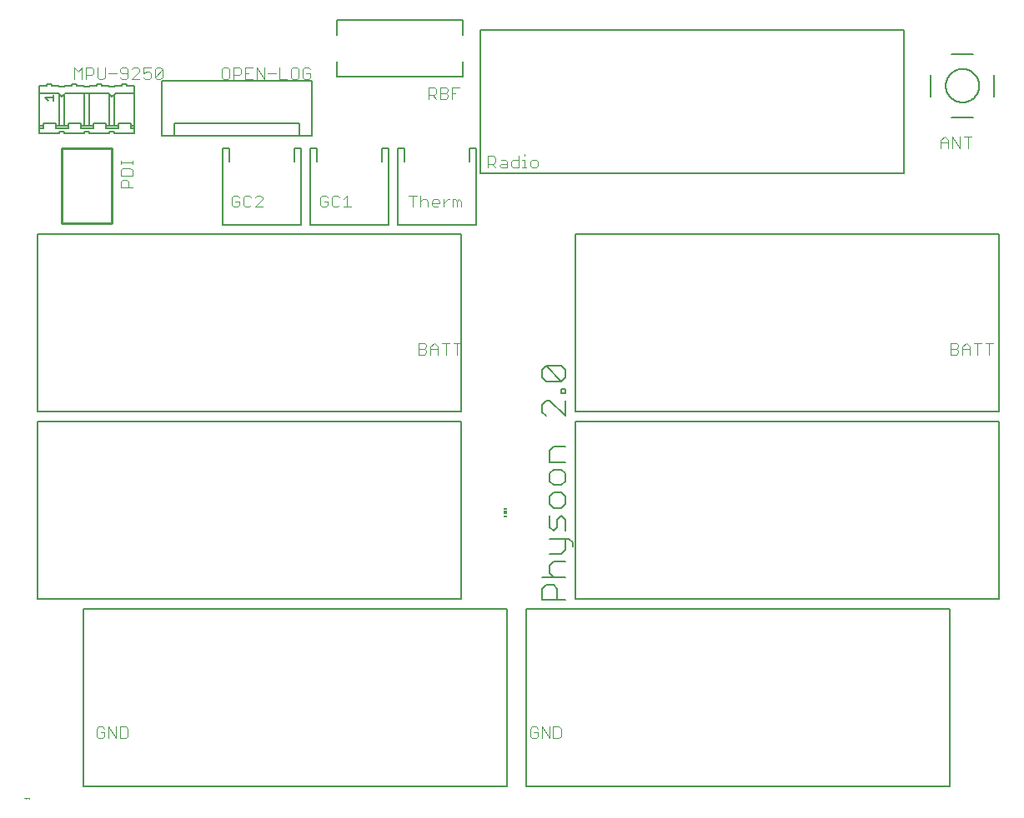
<source format=gto>
G75*
%MOIN*%
%OFA0B0*%
%FSLAX25Y25*%
%IPPOS*%
%LPD*%
%AMOC8*
5,1,8,0,0,1.08239X$1,22.5*
%
%ADD10C,0.00800*%
%ADD11C,0.00400*%
%ADD12C,0.00000*%
%ADD13C,0.00500*%
%ADD14C,0.01000*%
%ADD15C,0.00600*%
%ADD16R,0.01181X0.00591*%
%ADD17R,0.01181X0.01181*%
D10*
X0229297Y0082790D02*
X0229297Y0087394D01*
X0230831Y0088929D01*
X0233900Y0088929D01*
X0235435Y0087394D01*
X0235435Y0082790D01*
X0238504Y0082790D02*
X0229297Y0082790D01*
X0229297Y0091998D02*
X0238504Y0091998D01*
X0233900Y0091998D02*
X0232366Y0093533D01*
X0232366Y0096602D01*
X0233900Y0098137D01*
X0238504Y0098137D01*
X0236970Y0101206D02*
X0238504Y0102741D01*
X0238504Y0107344D01*
X0240039Y0107344D02*
X0241574Y0105810D01*
X0241574Y0104275D01*
X0240039Y0107344D02*
X0232366Y0107344D01*
X0233900Y0110414D02*
X0232366Y0111948D01*
X0232366Y0116552D01*
X0235435Y0115018D02*
X0235435Y0111948D01*
X0233900Y0110414D01*
X0238504Y0110414D02*
X0238504Y0115018D01*
X0236970Y0116552D01*
X0235435Y0115018D01*
X0233900Y0119622D02*
X0236970Y0119622D01*
X0238504Y0121156D01*
X0238504Y0124226D01*
X0236970Y0125760D01*
X0233900Y0125760D01*
X0232366Y0124226D01*
X0232366Y0121156D01*
X0233900Y0119622D01*
X0233900Y0128829D02*
X0232366Y0130364D01*
X0232366Y0133433D01*
X0233900Y0134968D01*
X0236970Y0134968D01*
X0238504Y0133433D01*
X0238504Y0130364D01*
X0236970Y0128829D01*
X0233900Y0128829D01*
X0232366Y0138037D02*
X0232366Y0142641D01*
X0233900Y0144176D01*
X0238504Y0144176D01*
X0238504Y0138037D02*
X0232366Y0138037D01*
X0230831Y0156453D02*
X0229297Y0157988D01*
X0229297Y0161057D01*
X0230831Y0162592D01*
X0232366Y0162592D01*
X0238504Y0156453D01*
X0238504Y0162592D01*
X0238504Y0165661D02*
X0236970Y0165661D01*
X0236970Y0167196D01*
X0238504Y0167196D01*
X0238504Y0165661D01*
X0236970Y0170265D02*
X0230831Y0170265D01*
X0229297Y0171799D01*
X0229297Y0174869D01*
X0230831Y0176403D01*
X0236970Y0170265D01*
X0238504Y0171799D01*
X0238504Y0174869D01*
X0236970Y0176403D01*
X0230831Y0176403D01*
X0203117Y0232744D02*
X0171621Y0232744D01*
X0171621Y0263453D01*
X0174377Y0263453D01*
X0174377Y0258335D01*
X0168117Y0263453D02*
X0165361Y0263453D01*
X0165361Y0258335D01*
X0168117Y0263453D02*
X0168117Y0232744D01*
X0136621Y0232744D01*
X0136621Y0263453D01*
X0139377Y0263453D01*
X0139377Y0258335D01*
X0133117Y0263453D02*
X0130361Y0263453D01*
X0130361Y0258335D01*
X0133117Y0263453D02*
X0133117Y0232744D01*
X0101621Y0232744D01*
X0101621Y0263453D01*
X0104377Y0263453D01*
X0104377Y0258335D01*
X0200361Y0258335D02*
X0200361Y0263453D01*
X0203117Y0263453D01*
X0203117Y0232744D01*
X0232366Y0101206D02*
X0236970Y0101206D01*
X0393038Y0276052D02*
X0401700Y0276052D01*
X0409967Y0284319D02*
X0409967Y0292981D01*
X0401700Y0301248D02*
X0393038Y0301248D01*
X0384771Y0292981D02*
X0384771Y0284319D01*
X0390676Y0288650D02*
X0390678Y0288814D01*
X0390684Y0288978D01*
X0390694Y0289142D01*
X0390708Y0289306D01*
X0390726Y0289469D01*
X0390748Y0289632D01*
X0390775Y0289794D01*
X0390805Y0289956D01*
X0390839Y0290116D01*
X0390877Y0290276D01*
X0390918Y0290435D01*
X0390964Y0290593D01*
X0391014Y0290749D01*
X0391067Y0290905D01*
X0391124Y0291059D01*
X0391185Y0291211D01*
X0391250Y0291362D01*
X0391319Y0291512D01*
X0391391Y0291659D01*
X0391466Y0291805D01*
X0391546Y0291949D01*
X0391628Y0292091D01*
X0391714Y0292231D01*
X0391804Y0292368D01*
X0391897Y0292504D01*
X0391993Y0292637D01*
X0392093Y0292768D01*
X0392195Y0292896D01*
X0392301Y0293022D01*
X0392410Y0293145D01*
X0392522Y0293265D01*
X0392636Y0293383D01*
X0392754Y0293497D01*
X0392874Y0293609D01*
X0392997Y0293718D01*
X0393123Y0293824D01*
X0393251Y0293926D01*
X0393382Y0294026D01*
X0393515Y0294122D01*
X0393651Y0294215D01*
X0393788Y0294305D01*
X0393928Y0294391D01*
X0394070Y0294473D01*
X0394214Y0294553D01*
X0394360Y0294628D01*
X0394507Y0294700D01*
X0394657Y0294769D01*
X0394808Y0294834D01*
X0394960Y0294895D01*
X0395114Y0294952D01*
X0395270Y0295005D01*
X0395426Y0295055D01*
X0395584Y0295101D01*
X0395743Y0295142D01*
X0395903Y0295180D01*
X0396063Y0295214D01*
X0396225Y0295244D01*
X0396387Y0295271D01*
X0396550Y0295293D01*
X0396713Y0295311D01*
X0396877Y0295325D01*
X0397041Y0295335D01*
X0397205Y0295341D01*
X0397369Y0295343D01*
X0397533Y0295341D01*
X0397697Y0295335D01*
X0397861Y0295325D01*
X0398025Y0295311D01*
X0398188Y0295293D01*
X0398351Y0295271D01*
X0398513Y0295244D01*
X0398675Y0295214D01*
X0398835Y0295180D01*
X0398995Y0295142D01*
X0399154Y0295101D01*
X0399312Y0295055D01*
X0399468Y0295005D01*
X0399624Y0294952D01*
X0399778Y0294895D01*
X0399930Y0294834D01*
X0400081Y0294769D01*
X0400231Y0294700D01*
X0400378Y0294628D01*
X0400524Y0294553D01*
X0400668Y0294473D01*
X0400810Y0294391D01*
X0400950Y0294305D01*
X0401087Y0294215D01*
X0401223Y0294122D01*
X0401356Y0294026D01*
X0401487Y0293926D01*
X0401615Y0293824D01*
X0401741Y0293718D01*
X0401864Y0293609D01*
X0401984Y0293497D01*
X0402102Y0293383D01*
X0402216Y0293265D01*
X0402328Y0293145D01*
X0402437Y0293022D01*
X0402543Y0292896D01*
X0402645Y0292768D01*
X0402745Y0292637D01*
X0402841Y0292504D01*
X0402934Y0292368D01*
X0403024Y0292231D01*
X0403110Y0292091D01*
X0403192Y0291949D01*
X0403272Y0291805D01*
X0403347Y0291659D01*
X0403419Y0291512D01*
X0403488Y0291362D01*
X0403553Y0291211D01*
X0403614Y0291059D01*
X0403671Y0290905D01*
X0403724Y0290749D01*
X0403774Y0290593D01*
X0403820Y0290435D01*
X0403861Y0290276D01*
X0403899Y0290116D01*
X0403933Y0289956D01*
X0403963Y0289794D01*
X0403990Y0289632D01*
X0404012Y0289469D01*
X0404030Y0289306D01*
X0404044Y0289142D01*
X0404054Y0288978D01*
X0404060Y0288814D01*
X0404062Y0288650D01*
X0404060Y0288486D01*
X0404054Y0288322D01*
X0404044Y0288158D01*
X0404030Y0287994D01*
X0404012Y0287831D01*
X0403990Y0287668D01*
X0403963Y0287506D01*
X0403933Y0287344D01*
X0403899Y0287184D01*
X0403861Y0287024D01*
X0403820Y0286865D01*
X0403774Y0286707D01*
X0403724Y0286551D01*
X0403671Y0286395D01*
X0403614Y0286241D01*
X0403553Y0286089D01*
X0403488Y0285938D01*
X0403419Y0285788D01*
X0403347Y0285641D01*
X0403272Y0285495D01*
X0403192Y0285351D01*
X0403110Y0285209D01*
X0403024Y0285069D01*
X0402934Y0284932D01*
X0402841Y0284796D01*
X0402745Y0284663D01*
X0402645Y0284532D01*
X0402543Y0284404D01*
X0402437Y0284278D01*
X0402328Y0284155D01*
X0402216Y0284035D01*
X0402102Y0283917D01*
X0401984Y0283803D01*
X0401864Y0283691D01*
X0401741Y0283582D01*
X0401615Y0283476D01*
X0401487Y0283374D01*
X0401356Y0283274D01*
X0401223Y0283178D01*
X0401087Y0283085D01*
X0400950Y0282995D01*
X0400810Y0282909D01*
X0400668Y0282827D01*
X0400524Y0282747D01*
X0400378Y0282672D01*
X0400231Y0282600D01*
X0400081Y0282531D01*
X0399930Y0282466D01*
X0399778Y0282405D01*
X0399624Y0282348D01*
X0399468Y0282295D01*
X0399312Y0282245D01*
X0399154Y0282199D01*
X0398995Y0282158D01*
X0398835Y0282120D01*
X0398675Y0282086D01*
X0398513Y0282056D01*
X0398351Y0282029D01*
X0398188Y0282007D01*
X0398025Y0281989D01*
X0397861Y0281975D01*
X0397697Y0281965D01*
X0397533Y0281959D01*
X0397369Y0281957D01*
X0397205Y0281959D01*
X0397041Y0281965D01*
X0396877Y0281975D01*
X0396713Y0281989D01*
X0396550Y0282007D01*
X0396387Y0282029D01*
X0396225Y0282056D01*
X0396063Y0282086D01*
X0395903Y0282120D01*
X0395743Y0282158D01*
X0395584Y0282199D01*
X0395426Y0282245D01*
X0395270Y0282295D01*
X0395114Y0282348D01*
X0394960Y0282405D01*
X0394808Y0282466D01*
X0394657Y0282531D01*
X0394507Y0282600D01*
X0394360Y0282672D01*
X0394214Y0282747D01*
X0394070Y0282827D01*
X0393928Y0282909D01*
X0393788Y0282995D01*
X0393651Y0283085D01*
X0393515Y0283178D01*
X0393382Y0283274D01*
X0393251Y0283374D01*
X0393123Y0283476D01*
X0392997Y0283582D01*
X0392874Y0283691D01*
X0392754Y0283803D01*
X0392636Y0283917D01*
X0392522Y0284035D01*
X0392410Y0284155D01*
X0392301Y0284278D01*
X0392195Y0284404D01*
X0392093Y0284532D01*
X0391993Y0284663D01*
X0391897Y0284796D01*
X0391804Y0284932D01*
X0391714Y0285069D01*
X0391628Y0285209D01*
X0391546Y0285351D01*
X0391466Y0285495D01*
X0391391Y0285641D01*
X0391319Y0285788D01*
X0391250Y0285938D01*
X0391185Y0286089D01*
X0391124Y0286241D01*
X0391067Y0286395D01*
X0391014Y0286551D01*
X0390964Y0286707D01*
X0390918Y0286865D01*
X0390877Y0287024D01*
X0390839Y0287184D01*
X0390805Y0287344D01*
X0390775Y0287506D01*
X0390748Y0287668D01*
X0390726Y0287831D01*
X0390708Y0287994D01*
X0390694Y0288158D01*
X0390684Y0288322D01*
X0390678Y0288486D01*
X0390676Y0288650D01*
D11*
X0390245Y0268296D02*
X0391780Y0266762D01*
X0391780Y0263693D01*
X0393315Y0263693D02*
X0393315Y0268296D01*
X0396384Y0263693D01*
X0396384Y0268296D01*
X0397919Y0268296D02*
X0400988Y0268296D01*
X0399453Y0268296D02*
X0399453Y0263693D01*
X0391780Y0265994D02*
X0388711Y0265994D01*
X0388711Y0266762D02*
X0390245Y0268296D01*
X0388711Y0266762D02*
X0388711Y0263693D01*
X0392648Y0185619D02*
X0394950Y0185619D01*
X0395717Y0184852D01*
X0395717Y0184085D01*
X0394950Y0183317D01*
X0392648Y0183317D01*
X0392648Y0181015D02*
X0392648Y0185619D01*
X0394950Y0183317D02*
X0395717Y0182550D01*
X0395717Y0181783D01*
X0394950Y0181015D01*
X0392648Y0181015D01*
X0397252Y0181015D02*
X0397252Y0184085D01*
X0398786Y0185619D01*
X0400321Y0184085D01*
X0400321Y0181015D01*
X0400321Y0183317D02*
X0397252Y0183317D01*
X0401856Y0185619D02*
X0404925Y0185619D01*
X0406459Y0185619D02*
X0409529Y0185619D01*
X0407994Y0185619D02*
X0407994Y0181015D01*
X0403390Y0181015D02*
X0403390Y0185619D01*
X0227559Y0256586D02*
X0227559Y0258120D01*
X0226791Y0258888D01*
X0225257Y0258888D01*
X0224489Y0258120D01*
X0224489Y0256586D01*
X0225257Y0255819D01*
X0226791Y0255819D01*
X0227559Y0256586D01*
X0222955Y0255819D02*
X0221420Y0255819D01*
X0222187Y0255819D02*
X0222187Y0258888D01*
X0221420Y0258888D01*
X0219885Y0258888D02*
X0217583Y0258888D01*
X0216816Y0258120D01*
X0216816Y0256586D01*
X0217583Y0255819D01*
X0219885Y0255819D01*
X0219885Y0260422D01*
X0222187Y0260422D02*
X0222187Y0261190D01*
X0215282Y0258120D02*
X0215282Y0255819D01*
X0212980Y0255819D01*
X0212212Y0256586D01*
X0212980Y0257353D01*
X0215282Y0257353D01*
X0215282Y0258120D02*
X0214514Y0258888D01*
X0212980Y0258888D01*
X0210678Y0259655D02*
X0210678Y0258120D01*
X0209910Y0257353D01*
X0207608Y0257353D01*
X0207608Y0255819D02*
X0207608Y0260422D01*
X0209910Y0260422D01*
X0210678Y0259655D01*
X0209143Y0257353D02*
X0210678Y0255819D01*
X0196830Y0242372D02*
X0196830Y0240070D01*
X0195295Y0240070D02*
X0195295Y0242372D01*
X0196063Y0243140D01*
X0196830Y0242372D01*
X0195295Y0242372D02*
X0194528Y0243140D01*
X0193761Y0243140D01*
X0193761Y0240070D01*
X0192226Y0243140D02*
X0191459Y0243140D01*
X0189924Y0241605D01*
X0189924Y0240070D02*
X0189924Y0243140D01*
X0188389Y0242372D02*
X0188389Y0241605D01*
X0185320Y0241605D01*
X0185320Y0240838D02*
X0185320Y0242372D01*
X0186087Y0243140D01*
X0187622Y0243140D01*
X0188389Y0242372D01*
X0187622Y0240070D02*
X0186087Y0240070D01*
X0185320Y0240838D01*
X0183785Y0240070D02*
X0183785Y0242372D01*
X0183018Y0243140D01*
X0181484Y0243140D01*
X0180716Y0242372D01*
X0180716Y0244674D02*
X0180716Y0240070D01*
X0177647Y0240070D02*
X0177647Y0244674D01*
X0176112Y0244674D02*
X0179182Y0244674D01*
X0152956Y0240070D02*
X0149887Y0240070D01*
X0151422Y0240070D02*
X0151422Y0244674D01*
X0149887Y0243140D01*
X0148352Y0243907D02*
X0147585Y0244674D01*
X0146050Y0244674D01*
X0145283Y0243907D01*
X0145283Y0240838D01*
X0146050Y0240070D01*
X0147585Y0240070D01*
X0148352Y0240838D01*
X0143748Y0240838D02*
X0143748Y0242372D01*
X0142214Y0242372D01*
X0143748Y0240838D02*
X0142981Y0240070D01*
X0141447Y0240070D01*
X0140679Y0240838D01*
X0140679Y0243907D01*
X0141447Y0244674D01*
X0142981Y0244674D01*
X0143748Y0243907D01*
X0117523Y0243907D02*
X0116756Y0244674D01*
X0115221Y0244674D01*
X0114454Y0243907D01*
X0112919Y0243907D02*
X0112152Y0244674D01*
X0110617Y0244674D01*
X0109850Y0243907D01*
X0109850Y0240838D01*
X0110617Y0240070D01*
X0112152Y0240070D01*
X0112919Y0240838D01*
X0114454Y0240070D02*
X0117523Y0243140D01*
X0117523Y0243907D01*
X0117523Y0240070D02*
X0114454Y0240070D01*
X0108315Y0240838D02*
X0108315Y0242372D01*
X0106781Y0242372D01*
X0108315Y0240838D02*
X0107548Y0240070D01*
X0106013Y0240070D01*
X0105246Y0240838D01*
X0105246Y0243907D01*
X0106013Y0244674D01*
X0107548Y0244674D01*
X0108315Y0243907D01*
X0065476Y0247944D02*
X0060872Y0247944D01*
X0060872Y0250246D01*
X0061639Y0251014D01*
X0063174Y0251014D01*
X0063941Y0250246D01*
X0063941Y0247944D01*
X0065476Y0252548D02*
X0060872Y0252548D01*
X0060872Y0254850D01*
X0061639Y0255618D01*
X0064709Y0255618D01*
X0065476Y0254850D01*
X0065476Y0252548D01*
X0065476Y0257152D02*
X0065476Y0258687D01*
X0065476Y0257920D02*
X0060872Y0257920D01*
X0060872Y0258687D02*
X0060872Y0257152D01*
X0061437Y0291252D02*
X0062972Y0291252D01*
X0063739Y0292019D01*
X0063739Y0295088D01*
X0062972Y0295855D01*
X0061437Y0295855D01*
X0060670Y0295088D01*
X0060670Y0294321D01*
X0061437Y0293554D01*
X0063739Y0293554D01*
X0065274Y0295088D02*
X0066041Y0295855D01*
X0067576Y0295855D01*
X0068343Y0295088D01*
X0068343Y0294321D01*
X0065274Y0291252D01*
X0068343Y0291252D01*
X0069878Y0292019D02*
X0070645Y0291252D01*
X0072180Y0291252D01*
X0072947Y0292019D01*
X0072947Y0293554D01*
X0072180Y0294321D01*
X0071412Y0294321D01*
X0069878Y0293554D01*
X0069878Y0295855D01*
X0072947Y0295855D01*
X0074481Y0295088D02*
X0075249Y0295855D01*
X0076783Y0295855D01*
X0077551Y0295088D01*
X0074481Y0292019D01*
X0075249Y0291252D01*
X0076783Y0291252D01*
X0077551Y0292019D01*
X0077551Y0295088D01*
X0074481Y0295088D02*
X0074481Y0292019D01*
X0061437Y0291252D02*
X0060670Y0292019D01*
X0059135Y0293554D02*
X0056066Y0293554D01*
X0054531Y0292019D02*
X0054531Y0295855D01*
X0051462Y0295855D02*
X0051462Y0292019D01*
X0052229Y0291252D01*
X0053764Y0291252D01*
X0054531Y0292019D01*
X0049927Y0293554D02*
X0049927Y0295088D01*
X0049160Y0295855D01*
X0046858Y0295855D01*
X0046858Y0291252D01*
X0046858Y0292786D02*
X0049160Y0292786D01*
X0049927Y0293554D01*
X0045323Y0295855D02*
X0045323Y0291252D01*
X0042254Y0291252D02*
X0042254Y0295855D01*
X0043789Y0294321D01*
X0045323Y0295855D01*
X0101309Y0295088D02*
X0101309Y0292019D01*
X0102076Y0291252D01*
X0103611Y0291252D01*
X0104378Y0292019D01*
X0104378Y0295088D01*
X0103611Y0295855D01*
X0102076Y0295855D01*
X0101309Y0295088D01*
X0105913Y0295855D02*
X0105913Y0291252D01*
X0105913Y0292786D02*
X0108215Y0292786D01*
X0108982Y0293554D01*
X0108982Y0295088D01*
X0108215Y0295855D01*
X0105913Y0295855D01*
X0110517Y0295855D02*
X0110517Y0291252D01*
X0113586Y0291252D01*
X0115121Y0291252D02*
X0115121Y0295855D01*
X0118190Y0291252D01*
X0118190Y0295855D01*
X0119725Y0293554D02*
X0122794Y0293554D01*
X0124329Y0295855D02*
X0124329Y0291252D01*
X0127398Y0291252D01*
X0128933Y0292019D02*
X0128933Y0295088D01*
X0129700Y0295855D01*
X0131235Y0295855D01*
X0132002Y0295088D01*
X0132002Y0292019D01*
X0131235Y0291252D01*
X0129700Y0291252D01*
X0128933Y0292019D01*
X0133537Y0292019D02*
X0133537Y0295088D01*
X0134304Y0295855D01*
X0135839Y0295855D01*
X0136606Y0295088D01*
X0136606Y0293554D02*
X0135071Y0293554D01*
X0136606Y0293554D02*
X0136606Y0292019D01*
X0135839Y0291252D01*
X0134304Y0291252D01*
X0133537Y0292019D01*
X0113586Y0295855D02*
X0110517Y0295855D01*
X0110517Y0293554D02*
X0112052Y0293554D01*
X0183986Y0287981D02*
X0183986Y0283378D01*
X0183986Y0284912D02*
X0186288Y0284912D01*
X0187056Y0285680D01*
X0187056Y0287214D01*
X0186288Y0287981D01*
X0183986Y0287981D01*
X0185521Y0284912D02*
X0187056Y0283378D01*
X0188590Y0283378D02*
X0190892Y0283378D01*
X0191659Y0284145D01*
X0191659Y0284912D01*
X0190892Y0285680D01*
X0188590Y0285680D01*
X0188590Y0287981D02*
X0188590Y0283378D01*
X0190892Y0285680D02*
X0191659Y0286447D01*
X0191659Y0287214D01*
X0190892Y0287981D01*
X0188590Y0287981D01*
X0193194Y0287981D02*
X0196263Y0287981D01*
X0194729Y0285680D02*
X0193194Y0285680D01*
X0193194Y0287981D02*
X0193194Y0283378D01*
X0193861Y0185619D02*
X0196930Y0185619D01*
X0195396Y0185619D02*
X0195396Y0181015D01*
X0190792Y0181015D02*
X0190792Y0185619D01*
X0192326Y0185619D02*
X0189257Y0185619D01*
X0187722Y0184085D02*
X0187722Y0181015D01*
X0187722Y0183317D02*
X0184653Y0183317D01*
X0184653Y0184085D02*
X0186188Y0185619D01*
X0187722Y0184085D01*
X0184653Y0184085D02*
X0184653Y0181015D01*
X0183119Y0181783D02*
X0182351Y0181015D01*
X0180049Y0181015D01*
X0180049Y0185619D01*
X0182351Y0185619D01*
X0183119Y0184852D01*
X0183119Y0184085D01*
X0182351Y0183317D01*
X0180049Y0183317D01*
X0182351Y0183317D02*
X0183119Y0182550D01*
X0183119Y0181783D01*
X0225305Y0032076D02*
X0224537Y0031309D01*
X0224537Y0028239D01*
X0225305Y0027472D01*
X0226839Y0027472D01*
X0227607Y0028239D01*
X0227607Y0029774D01*
X0226072Y0029774D01*
X0227607Y0031309D02*
X0226839Y0032076D01*
X0225305Y0032076D01*
X0229141Y0032076D02*
X0232211Y0027472D01*
X0232211Y0032076D01*
X0233745Y0032076D02*
X0233745Y0027472D01*
X0236047Y0027472D01*
X0236815Y0028239D01*
X0236815Y0031309D01*
X0236047Y0032076D01*
X0233745Y0032076D01*
X0229141Y0032076D02*
X0229141Y0027472D01*
X0063586Y0028239D02*
X0063586Y0031309D01*
X0062819Y0032076D01*
X0060517Y0032076D01*
X0060517Y0027472D01*
X0062819Y0027472D01*
X0063586Y0028239D01*
X0058982Y0027472D02*
X0058982Y0032076D01*
X0055913Y0032076D02*
X0055913Y0027472D01*
X0054378Y0028239D02*
X0054378Y0029774D01*
X0052844Y0029774D01*
X0054378Y0031309D02*
X0053611Y0032076D01*
X0052076Y0032076D01*
X0051309Y0031309D01*
X0051309Y0028239D01*
X0052076Y0027472D01*
X0053611Y0027472D01*
X0054378Y0028239D01*
X0055913Y0032076D02*
X0058982Y0027472D01*
D12*
X0022436Y0003500D02*
X0022369Y0003400D01*
X0022461Y0003400D02*
X0022511Y0003400D01*
X0022528Y0003417D01*
X0022511Y0003433D01*
X0022478Y0003433D01*
X0022461Y0003450D01*
X0022478Y0003467D01*
X0022528Y0003467D01*
X0022553Y0003467D02*
X0022586Y0003467D01*
X0022570Y0003483D02*
X0022570Y0003417D01*
X0022586Y0003400D01*
X0022614Y0003417D02*
X0022631Y0003400D01*
X0022665Y0003400D01*
X0022681Y0003417D01*
X0022681Y0003450D01*
X0022665Y0003467D01*
X0022631Y0003467D01*
X0022614Y0003450D01*
X0022614Y0003417D01*
X0022707Y0003433D02*
X0022740Y0003467D01*
X0022757Y0003467D01*
X0022800Y0003467D02*
X0022833Y0003467D01*
X0022850Y0003450D01*
X0022850Y0003400D01*
X0022800Y0003400D01*
X0022783Y0003417D01*
X0022800Y0003433D01*
X0022850Y0003433D01*
X0022875Y0003417D02*
X0022892Y0003400D01*
X0022942Y0003400D01*
X0022942Y0003383D02*
X0022942Y0003467D01*
X0022892Y0003467D01*
X0022875Y0003450D01*
X0022875Y0003417D01*
X0022909Y0003367D02*
X0022925Y0003367D01*
X0022942Y0003383D01*
X0022967Y0003417D02*
X0022967Y0003450D01*
X0022984Y0003467D01*
X0023017Y0003467D01*
X0023034Y0003450D01*
X0023034Y0003433D01*
X0022967Y0003433D01*
X0022967Y0003417D02*
X0022984Y0003400D01*
X0023017Y0003400D01*
X0023060Y0003400D02*
X0023126Y0003500D01*
X0023152Y0003483D02*
X0023152Y0003417D01*
X0023168Y0003400D01*
X0023202Y0003400D01*
X0023218Y0003417D01*
X0023244Y0003400D02*
X0023244Y0003500D01*
X0023218Y0003483D02*
X0023202Y0003500D01*
X0023168Y0003500D01*
X0023152Y0003483D01*
X0023244Y0003450D02*
X0023260Y0003467D01*
X0023294Y0003467D01*
X0023310Y0003450D01*
X0023310Y0003400D01*
X0023336Y0003400D02*
X0023336Y0003467D01*
X0023369Y0003467D02*
X0023386Y0003467D01*
X0023369Y0003467D02*
X0023336Y0003433D01*
X0023412Y0003417D02*
X0023429Y0003400D01*
X0023463Y0003400D01*
X0023479Y0003417D01*
X0023479Y0003450D01*
X0023463Y0003467D01*
X0023429Y0003467D01*
X0023412Y0003450D01*
X0023412Y0003417D01*
X0023505Y0003400D02*
X0023505Y0003467D01*
X0023521Y0003467D01*
X0023538Y0003450D01*
X0023555Y0003467D01*
X0023571Y0003450D01*
X0023571Y0003400D01*
X0023597Y0003417D02*
X0023597Y0003450D01*
X0023613Y0003467D01*
X0023647Y0003467D01*
X0023663Y0003450D01*
X0023663Y0003433D01*
X0023597Y0003433D01*
X0023597Y0003417D02*
X0023613Y0003400D01*
X0023647Y0003400D01*
X0023689Y0003400D02*
X0023755Y0003500D01*
X0023797Y0003467D02*
X0023781Y0003450D01*
X0023781Y0003417D01*
X0023797Y0003400D01*
X0023848Y0003400D01*
X0023873Y0003400D02*
X0023873Y0003467D01*
X0023848Y0003467D02*
X0023797Y0003467D01*
X0023873Y0003433D02*
X0023906Y0003467D01*
X0023923Y0003467D01*
X0023950Y0003450D02*
X0023950Y0003417D01*
X0023966Y0003400D01*
X0024000Y0003400D01*
X0024016Y0003417D01*
X0024016Y0003450D01*
X0024000Y0003467D01*
X0023966Y0003467D01*
X0023950Y0003450D01*
X0024042Y0003450D02*
X0024042Y0003417D01*
X0024058Y0003400D01*
X0024108Y0003400D01*
X0024134Y0003400D02*
X0024150Y0003400D01*
X0024150Y0003417D01*
X0024134Y0003417D01*
X0024134Y0003400D01*
X0024180Y0003400D02*
X0024230Y0003400D01*
X0024246Y0003417D01*
X0024246Y0003450D01*
X0024230Y0003467D01*
X0024180Y0003467D01*
X0024180Y0003500D02*
X0024180Y0003400D01*
X0024272Y0003400D02*
X0024272Y0003467D01*
X0024289Y0003467D01*
X0024305Y0003450D01*
X0024322Y0003467D01*
X0024339Y0003450D01*
X0024339Y0003400D01*
X0024364Y0003400D02*
X0024414Y0003400D01*
X0024431Y0003417D01*
X0024431Y0003450D01*
X0024414Y0003467D01*
X0024364Y0003467D01*
X0024364Y0003367D01*
X0024305Y0003400D02*
X0024305Y0003450D01*
X0024108Y0003467D02*
X0024058Y0003467D01*
X0024042Y0003450D01*
X0023538Y0003450D02*
X0023538Y0003400D01*
X0022707Y0003400D02*
X0022707Y0003467D01*
D13*
X0045829Y0008200D02*
X0045829Y0079100D01*
X0215129Y0079100D01*
X0215129Y0008200D01*
X0045829Y0008200D01*
X0027719Y0083200D02*
X0197019Y0083200D01*
X0197019Y0154100D01*
X0027719Y0154100D01*
X0027719Y0083200D01*
X0027719Y0158200D02*
X0027719Y0229100D01*
X0197019Y0229100D01*
X0197019Y0158200D01*
X0027719Y0158200D01*
X0077369Y0268650D02*
X0082369Y0268650D01*
X0082369Y0273650D01*
X0132369Y0273650D01*
X0132369Y0268650D01*
X0082369Y0268650D01*
X0077369Y0268650D02*
X0077369Y0290650D01*
X0137369Y0290650D01*
X0137369Y0268650D01*
X0132369Y0268650D01*
X0147169Y0292250D02*
X0147169Y0298250D01*
X0147169Y0292250D02*
X0197569Y0292250D01*
X0197569Y0298250D01*
X0197569Y0308850D02*
X0197569Y0315050D01*
X0147169Y0315050D01*
X0147169Y0309050D01*
X0204652Y0310737D02*
X0204652Y0253650D01*
X0373944Y0253650D01*
X0373944Y0310737D01*
X0204652Y0310737D01*
X0242719Y0229100D02*
X0412019Y0229100D01*
X0412019Y0158200D01*
X0242719Y0158200D01*
X0242719Y0229100D01*
X0242719Y0154100D02*
X0412019Y0154100D01*
X0412019Y0083200D01*
X0242719Y0083200D01*
X0242719Y0154100D01*
X0223034Y0079100D02*
X0392334Y0079100D01*
X0392334Y0008200D01*
X0223034Y0008200D01*
X0223034Y0079100D01*
X0034119Y0282600D02*
X0034119Y0284869D01*
X0034119Y0283734D02*
X0030716Y0283734D01*
X0031850Y0282600D01*
D14*
X0037369Y0263650D02*
X0057369Y0263650D01*
X0057369Y0233650D01*
X0037369Y0233650D01*
X0037369Y0263650D01*
D15*
X0038369Y0269650D02*
X0046369Y0269650D01*
X0046369Y0270150D01*
X0048369Y0270150D01*
X0048369Y0269650D01*
X0056369Y0269650D01*
X0056369Y0270150D01*
X0058369Y0270150D01*
X0058369Y0269650D01*
X0066369Y0269650D01*
X0066369Y0271650D01*
X0066369Y0272650D01*
X0064869Y0272650D01*
X0064869Y0273650D01*
X0059869Y0273650D01*
X0059869Y0272650D01*
X0058369Y0272650D01*
X0058369Y0285150D01*
X0058869Y0285650D02*
X0066369Y0285650D01*
X0066369Y0288650D01*
X0063369Y0288650D01*
X0063369Y0289150D01*
X0061369Y0289150D01*
X0061369Y0288650D01*
X0058369Y0288650D01*
X0058369Y0288150D01*
X0056369Y0288150D01*
X0056369Y0288650D01*
X0053369Y0288650D01*
X0053369Y0289150D01*
X0051369Y0289150D01*
X0051369Y0288650D01*
X0048369Y0288650D01*
X0048369Y0288150D01*
X0046369Y0288150D01*
X0046369Y0288650D01*
X0043369Y0288650D01*
X0043369Y0289150D01*
X0041369Y0289150D01*
X0041369Y0288650D01*
X0038369Y0288650D01*
X0038369Y0288150D01*
X0036369Y0288150D01*
X0036369Y0288650D01*
X0033369Y0288650D01*
X0033369Y0289150D01*
X0031369Y0289150D01*
X0031369Y0288650D01*
X0028369Y0288650D01*
X0028369Y0285650D01*
X0035869Y0285650D01*
X0036369Y0285150D01*
X0036369Y0272650D01*
X0038369Y0272650D01*
X0038369Y0285150D01*
X0038869Y0285650D01*
X0046369Y0285650D01*
X0046369Y0272650D01*
X0048369Y0272650D01*
X0048369Y0285650D01*
X0055869Y0285650D01*
X0056369Y0285150D01*
X0056369Y0272650D01*
X0058369Y0272650D01*
X0059869Y0272650D02*
X0059869Y0271650D01*
X0054869Y0271650D01*
X0054869Y0272650D01*
X0056369Y0272650D01*
X0054869Y0272650D02*
X0054869Y0273650D01*
X0049869Y0273650D01*
X0049869Y0272650D01*
X0048369Y0272650D01*
X0049869Y0272650D02*
X0049869Y0271650D01*
X0044869Y0271650D01*
X0044869Y0272650D01*
X0046369Y0272650D01*
X0044869Y0272650D02*
X0044869Y0273650D01*
X0039869Y0273650D01*
X0039869Y0272650D01*
X0038369Y0272650D01*
X0039869Y0272650D02*
X0039869Y0271650D01*
X0034869Y0271650D01*
X0034869Y0272650D01*
X0036369Y0272650D01*
X0034869Y0272650D02*
X0034869Y0273650D01*
X0029869Y0273650D01*
X0029869Y0272650D01*
X0028369Y0272650D01*
X0028369Y0271650D01*
X0029869Y0271650D01*
X0029869Y0272650D01*
X0028369Y0272650D02*
X0028369Y0285650D01*
X0036369Y0285150D02*
X0037369Y0284150D01*
X0038369Y0285150D01*
X0046369Y0285650D02*
X0048369Y0285650D01*
X0056369Y0285150D02*
X0057369Y0284150D01*
X0058869Y0285650D01*
X0066369Y0285650D02*
X0066369Y0272650D01*
X0066369Y0271650D02*
X0064869Y0271650D01*
X0064869Y0272650D01*
X0038369Y0270150D02*
X0038369Y0269650D01*
X0038369Y0270150D02*
X0036369Y0270150D01*
X0036369Y0269650D01*
X0028369Y0269650D01*
X0028369Y0271650D01*
D16*
X0214692Y0119300D03*
X0214692Y0116347D03*
D17*
X0214692Y0117823D03*
M02*

</source>
